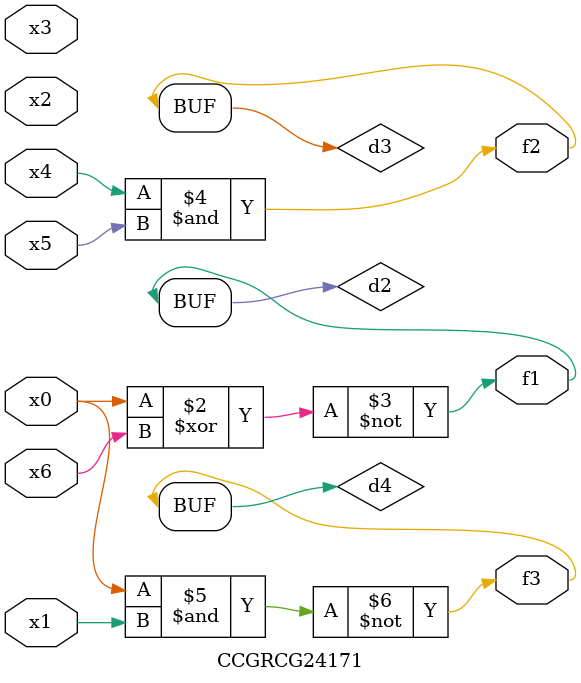
<source format=v>
module CCGRCG24171(
	input x0, x1, x2, x3, x4, x5, x6,
	output f1, f2, f3
);

	wire d1, d2, d3, d4;

	nor (d1, x0);
	xnor (d2, x0, x6);
	and (d3, x4, x5);
	nand (d4, x0, x1);
	assign f1 = d2;
	assign f2 = d3;
	assign f3 = d4;
endmodule

</source>
